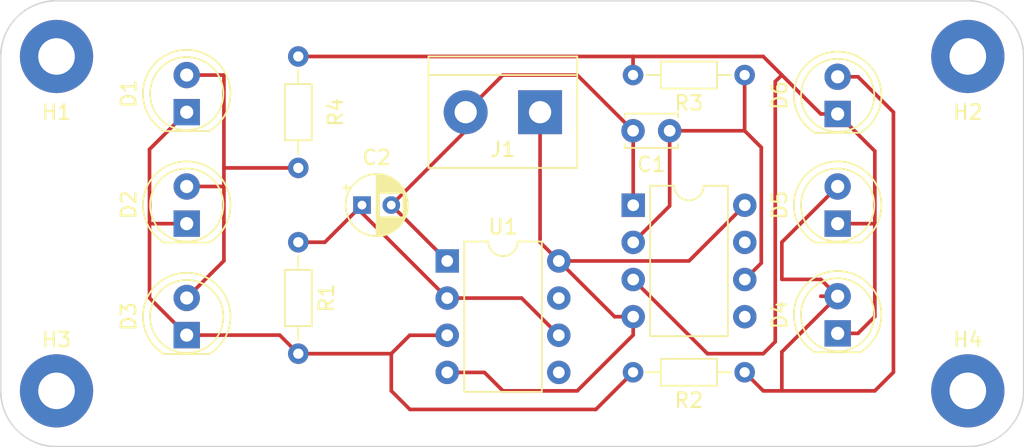
<source format=kicad_pcb>
(kicad_pcb (version 20221018) (generator pcbnew)
  (layers (0 "F.Cu" signal) (31 "B.Cu" signal) (34 "B.Paste" user) (35 "F.Paste" user) (36 "B.SilkS" user "B.Silkscreen") (37 "F.SilkS" user "F.Silkscreen") (38 "B.Mask" user) (39 "F.Mask" user) (44 "Edge.Cuts" user))
  (net 0 "")
  (net 1 "Net-(U2-THR)")
  (net 2 "GND")
  (net 3 "Net-(U1-THR)")
  (net 4 "Net-(D1-K)")
  (net 5 "Net-(D1-A)")
  (net 6 "Net-(D4-K)")
  (net 7 "Net-(D4-A)")
  (net 8 "+9V")
  (footprint "MountingHole:MountingHole_2.5mm_Pad" (layer "F.Cu") (at 83.82 100.33)
    (fp_text reference "H1" (at 0 3.81) (layer "F.SilkS"))
    (fp_text value "MountingHole")
    (pad "1" thru_hole circle (at 0 0) (size 5 5) (drill 2.5) (layers "*.Cu" "*.Mask"))
  )
  (footprint "MountingHole:MountingHole_2.5mm_Pad" (layer "F.Cu") (at 146.05 123.19)
    (fp_text reference "H4" (at 0 -3.5) (layer "F.SilkS"))
    (fp_text value "MountingHole")
    (pad "1" thru_hole circle (at 0 0) (size 5 5) (drill 2.5) (layers "*.Cu" "*.Mask"))
  )
  (footprint "LED_THT:LED_D5.0mm" (layer "F.Cu") (at 137.16 104.26 90)
    (fp_text reference "D6" (at 1.27 -3.96 90) (layer "F.SilkS"))
    (fp_text value "LED")
    (fp_line (start -1.29 -1.545) (end -1.29 1.545) (stroke (width 0.12)) (layer "F.SilkS"))
    (fp_arc (start -1.29 -1.54483) (mid 2.072002 -2.880433) (end 4.26 0.000462) (stroke (width 0.12)) (layer "F.SilkS"))
    (fp_arc (start 4.26 -0.000462) (mid 2.072002 2.880433) (end -1.29 1.54483) (stroke (width 0.12)) (layer "F.SilkS"))
    (fp_circle (center 1.27 0) (end 3.77 0) (stroke (width 0.12)) (fill none) (layer "F.SilkS"))
    (pad "1" thru_hole rect (at 0 0 90) (size 1.8 1.8) (drill 0.9) (layers "*.Cu" "*.Mask") (net 6 "Net-(D4-K)"))
    (pad "2" thru_hole circle (at 2.54 0 90) (size 1.8 1.8) (drill 0.9) (layers "*.Cu" "*.Mask") (net 7 "Net-(D4-A)"))
  )
  (footprint "Package_DIP:DIP-8_W7.62mm" (layer "F.Cu") (at 110.5 114.31)
    (fp_text reference "U1" (at 3.81 -2.33) (layer "F.SilkS"))
    (fp_text value "NE555P")
    (fp_line (start 1.16 -1.33) (end 1.16 8.95) (stroke (width 0.12)) (layer "F.SilkS"))
    (fp_line (start 1.16 8.95) (end 6.46 8.95) (stroke (width 0.12)) (layer "F.SilkS"))
    (fp_line (start 2.81 -1.33) (end 1.16 -1.33) (stroke (width 0.12)) (layer "F.SilkS"))
    (fp_line (start 6.46 -1.33) (end 4.81 -1.33) (stroke (width 0.12)) (layer "F.SilkS"))
    (fp_line (start 6.46 8.95) (end 6.46 -1.33) (stroke (width 0.12)) (layer "F.SilkS"))
    (fp_arc (start 4.81 -1.33) (mid 3.81 -0.33) (end 2.81 -1.33) (stroke (width 0.12)) (layer "F.SilkS"))
    (pad "1" thru_hole rect (at 0 0) (size 1.6 1.6) (drill 0.8) (layers "*.Cu" "*.Mask") (net 2 "GND"))
    (pad "2" thru_hole oval (at 0 2.54) (size 1.6 1.6) (drill 0.8) (layers "*.Cu" "*.Mask") (net 3 "Net-(U1-THR)"))
    (pad "3" thru_hole oval (at 0 5.08) (size 1.6 1.6) (drill 0.8) (layers "*.Cu" "*.Mask") (net 4 "Net-(D1-K)"))
    (pad "4" thru_hole oval (at 0 7.62) (size 1.6 1.6) (drill 0.8) (layers "*.Cu" "*.Mask") (net 8 "+9V"))
    (pad "5" thru_hole oval (at 7.62 7.62) (size 1.6 1.6) (drill 0.8) (layers "*.Cu" "*.Mask"))
    (pad "6" thru_hole oval (at 7.62 5.08) (size 1.6 1.6) (drill 0.8) (layers "*.Cu" "*.Mask") (net 3 "Net-(U1-THR)"))
    (pad "7" thru_hole oval (at 7.62 2.54) (size 1.6 1.6) (drill 0.8) (layers "*.Cu" "*.Mask"))
    (pad "8" thru_hole oval (at 7.62 0) (size 1.6 1.6) (drill 0.8) (layers "*.Cu" "*.Mask") (net 8 "+9V"))
  )
  (footprint "LED_THT:LED_D5.0mm" (layer "F.Cu") (at 92.71 104.14 90)
    (fp_text reference "D1" (at 1.27 -3.96 90) (layer "F.SilkS"))
    (fp_text value "LED")
    (fp_line (start -1.29 -1.545) (end -1.29 1.545) (stroke (width 0.12)) (layer "F.SilkS"))
    (fp_arc (start -1.29 -1.54483) (mid 2.072002 -2.880433) (end 4.26 0.000462) (stroke (width 0.12)) (layer "F.SilkS"))
    (fp_arc (start 4.26 -0.000462) (mid 2.072002 2.880433) (end -1.29 1.54483) (stroke (width 0.12)) (layer "F.SilkS"))
    (fp_circle (center 1.27 0) (end 3.77 0) (stroke (width 0.12)) (fill none) (layer "F.SilkS"))
    (pad "1" thru_hole rect (at 0 0 90) (size 1.8 1.8) (drill 0.9) (layers "*.Cu" "*.Mask") (net 4 "Net-(D1-K)"))
    (pad "2" thru_hole circle (at 2.54 0 90) (size 1.8 1.8) (drill 0.9) (layers "*.Cu" "*.Mask") (net 5 "Net-(D1-A)"))
  )
  (footprint "LED_THT:LED_D5.0mm" (layer "F.Cu") (at 92.71 119.38 90)
    (fp_text reference "D3" (at 1.27 -3.96 90) (layer "F.SilkS"))
    (fp_text value "LED")
    (fp_line (start -1.29 -1.545) (end -1.29 1.545) (stroke (width 0.12)) (layer "F.SilkS"))
    (fp_arc (start -1.29 -1.54483) (mid 2.072002 -2.880433) (end 4.26 0.000462) (stroke (width 0.12)) (layer "F.SilkS"))
    (fp_arc (start 4.26 -0.000462) (mid 2.072002 2.880433) (end -1.29 1.54483) (stroke (width 0.12)) (layer "F.SilkS"))
    (fp_circle (center 1.27 0) (end 3.77 0) (stroke (width 0.12)) (fill none) (layer "F.SilkS"))
    (pad "1" thru_hole rect (at 0 0 90) (size 1.8 1.8) (drill 0.9) (layers "*.Cu" "*.Mask") (net 4 "Net-(D1-K)"))
    (pad "2" thru_hole circle (at 2.54 0 90) (size 1.8 1.8) (drill 0.9) (layers "*.Cu" "*.Mask") (net 5 "Net-(D1-A)"))
  )
  (footprint "Capacitor_THT:CP_Radial_D4.0mm_P2.00mm" (layer "F.Cu") (at 104.68 110.49)
    (fp_text reference "C2" (at 1 -3.25) (layer "F.SilkS"))
    (fp_text value "1µF")
    (fp_line (start -1.269801 -1.195) (end -0.869801 -1.195) (stroke (width 0.12)) (layer "F.SilkS"))
    (fp_line (start -1.069801 -1.395) (end -1.069801 -0.995) (stroke (width 0.12)) (layer "F.SilkS"))
    (fp_line (start 1 -2.08) (end 1 2.08) (stroke (width 0.12)) (layer "F.SilkS"))
    (fp_line (start 1.04 -2.08) (end 1.04 2.08) (stroke (width 0.12)) (layer "F.SilkS"))
    (fp_line (start 1.08 -2.079) (end 1.08 2.079) (stroke (width 0.12)) (layer "F.SilkS"))
    (fp_line (start 1.12 -2.077) (end 1.12 2.077) (stroke (width 0.12)) (layer "F.SilkS"))
    (fp_line (start 1.16 -2.074) (end 1.16 2.074) (stroke (width 0.12)) (layer "F.SilkS"))
    (fp_line (start 1.2 -2.071) (end 1.2 -0.84) (stroke (width 0.12)) (layer "F.SilkS"))
    (fp_line (start 1.2 0.84) (end 1.2 2.071) (stroke (width 0.12)) (layer "F.SilkS"))
    (fp_line (start 1.24 -2.067) (end 1.24 -0.84) (stroke (width 0.12)) (layer "F.SilkS"))
    (fp_line (start 1.24 0.84) (end 1.24 2.067) (stroke (width 0.12)) (layer "F.SilkS"))
    (fp_line (start 1.28 -2.062) (end 1.28 -0.84) (stroke (width 0.12)) (layer "F.SilkS"))
    (fp_line (start 1.28 0.84) (end 1.28 2.062) (stroke (width 0.12)) (layer "F.SilkS"))
    (fp_line (start 1.32 -2.056) (end 1.32 -0.84) (stroke (width 0.12)) (layer "F.SilkS"))
    (fp_line (start 1.32 0.84) (end 1.32 2.056) (stroke (width 0.12)) (layer "F.SilkS"))
    (fp_line (start 1.36 -2.05) (end 1.36 -0.84) (stroke (width 0.12)) (layer "F.SilkS"))
    (fp_line (start 1.36 0.84) (end 1.36 2.05) (stroke (width 0.12)) (layer "F.SilkS"))
    (fp_line (start 1.4 -2.042) (end 1.4 -0.84) (stroke (width 0.12)) (layer "F.SilkS"))
    (fp_line (start 1.4 0.84) (end 1.4 2.042) (stroke (width 0.12)) (layer "F.SilkS"))
    (fp_line (start 1.44 -2.034) (end 1.44 -0.84) (stroke (width 0.12)) (layer "F.SilkS"))
    (fp_line (start 1.44 0.84) (end 1.44 2.034) (stroke (width 0.12)) (layer "F.SilkS"))
    (fp_line (start 1.48 -2.025) (end 1.48 -0.84) (stroke (width 0.12)) (layer "F.SilkS"))
    (fp_line (start 1.48 0.84) (end 1.48 2.025) (stroke (width 0.12)) (layer "F.SilkS"))
    (fp_line (start 1.52 -2.016) (end 1.52 -0.84) (stroke (width 0.12)) (layer "F.SilkS"))
    (fp_line (start 1.52 0.84) (end 1.52 2.016) (stroke (width 0.12)) (layer "F.SilkS"))
    (fp_line (start 1.56 -2.005) (end 1.56 -0.84) (stroke (width 0.12)) (layer "F.SilkS"))
    (fp_line (start 1.56 0.84) (end 1.56 2.005) (stroke (width 0.12)) (layer "F.SilkS"))
    (fp_line (start 1.6 -1.994) (end 1.6 -0.84) (stroke (width 0.12)) (layer "F.SilkS"))
    (fp_line (start 1.6 0.84) (end 1.6 1.994) (stroke (width 0.12)) (layer "F.SilkS"))
    (fp_line (start 1.64 -1.982) (end 1.64 -0.84) (stroke (width 0.12)) (layer "F.SilkS"))
    (fp_line (start 1.64 0.84) (end 1.64 1.982) (stroke (width 0.12)) (layer "F.SilkS"))
    (fp_line (start 1.68 -1.968) (end 1.68 -0.84) (stroke (width 0.12)) (layer "F.SilkS"))
    (fp_line (start 1.68 0.84) (end 1.68 1.968) (stroke (width 0.12)) (layer "F.SilkS"))
    (fp_line (start 1.721 -1.954) (end 1.721 -0.84) (stroke (width 0.12)) (layer "F.SilkS"))
    (fp_line (start 1.721 0.84) (end 1.721 1.954) (stroke (width 0.12)) (layer "F.SilkS"))
    (fp_line (start 1.761 -1.94) (end 1.761 -0.84) (stroke (width 0.12)) (layer "F.SilkS"))
    (fp_line (start 1.761 0.84) (end 1.761 1.94) (stroke (width 0.12)) (layer "F.SilkS"))
    (fp_line (start 1.801 -1.924) (end 1.801 -0.84) (stroke (width 0.12)) (layer "F.SilkS"))
    (fp_line (start 1.801 0.84) (end 1.801 1.924) (stroke (width 0.12)) (layer "F.SilkS"))
    (fp_line (start 1.841 -1.907) (end 1.841 -0.84) (stroke (width 0.12)) (layer "F.SilkS"))
    (fp_line (start 1.841 0.84) (end 1.841 1.907) (stroke (width 0.12)) (layer "F.SilkS"))
    (fp_line (start 1.881 -1.889) (end 1.881 -0.84) (stroke (width 0.12)) (layer "F.SilkS"))
    (fp_line (start 1.881 0.84) (end 1.881 1.889) (stroke (width 0.12)) (layer "F.SilkS"))
    (fp_line (start 1.921 -1.87) (end 1.921 -0.84) (stroke (width 0.12)) (layer "F.SilkS"))
    (fp_line (start 1.921 0.84) (end 1.921 1.87) (stroke (width 0.12)) (layer "F.SilkS"))
    (fp_line (start 1.961 -1.851) (end 1.961 -0.84) (stroke (width 0.12)) (layer "F.SilkS"))
    (fp_line (start 1.961 0.84) (end 1.961 1.851) (stroke (width 0.12)) (layer "F.SilkS"))
    (fp_line (start 2.001 -1.83) (end 2.001 -0.84) (stroke (width 0.12)) (layer "F.SilkS"))
    (fp_line (start 2.001 0.84) (end 2.001 1.83) (stroke (width 0.12)) (layer "F.SilkS"))
    (fp_line (start 2.041 -1.808) (end 2.041 -0.84) (stroke (width 0.12)) (layer "F.SilkS"))
    (fp_line (start 2.041 0.84) (end 2.041 1.808) (stroke (width 0.12)) (layer "F.SilkS"))
    (fp_line (start 2.081 -1.785) (end 2.081 -0.84) (stroke (width 0.12)) (layer "F.SilkS"))
    (fp_line (start 2.081 0.84) (end 2.081 1.785) (stroke (width 0.12)) (layer "F.SilkS"))
    (fp_line (start 2.121 -1.76) (end 2.121 -0.84) (stroke (width 0.12)) (layer "F.SilkS"))
    (fp_line (start 2.121 0.84) (end 2.121 1.76) (stroke (width 0.12)) (layer "F.SilkS"))
    (fp_line (start 2.161 -1.735) (end 2.161 -0.84) (stroke (width 0.12)) (layer "F.SilkS"))
    (fp_line (start 2.161 0.84) (end 2.161 1.735) (stroke (width 0.12)) (layer "F.SilkS"))
    (fp_line (start 2.201 -1.708) (end 2.201 -0.84) (stroke (width 0.12)) (layer "F.SilkS"))
    (fp_line (start 2.201 0.84) (end 2.201 1.708) (stroke (width 0.12)) (layer "F.SilkS"))
    (fp_line (start 2.241 -1.68) (end 2.241 -0.84) (stroke (width 0.12)) (layer "F.SilkS"))
    (fp_line (start 2.241 0.84) (end 2.241 1.68) (stroke (width 0.12)) (layer "F.SilkS"))
    (fp_line (start 2.281 -1.65) (end 2.281 -0.84) (stroke (width 0.12)) (layer "F.SilkS"))
    (fp_line (start 2.281 0.84) (end 2.281 1.65) (stroke (width 0.12)) (layer "F.SilkS"))
    (fp_line (start 2.321 -1.619) (end 2.321 -0.84) (stroke (width 0.12)) (layer "F.SilkS"))
    (fp_line (start 2.321 0.84) (end 2.321 1.619) (stroke (width 0.12)) (layer "F.SilkS"))
    (fp_line (start 2.361 -1.587) (end 2.361 -0.84) (stroke (width 0.12)) (layer "F.SilkS"))
    (fp_line (start 2.361 0.84) (end 2.361 1.587) (stroke (width 0.12)) (layer "F.SilkS"))
    (fp_line (start 2.401 -1.552) (end 2.401 -0.84) (stroke (width 0.12)) (layer "F.SilkS"))
    (fp_line (start 2.401 0.84) (end 2.401 1.552) (stroke (width 0.12)) (layer "F.SilkS"))
    (fp_line (start 2.441 -1.516) (end 2.441 -0.84) (stroke (width 0.12)) (layer "F.SilkS"))
    (fp_line (start 2.441 0.84) (end 2.441 1.516) (stroke (width 0.12)) (layer "F.SilkS"))
    (fp_line (start 2.481 -1.478) (end 2.481 -0.84) (stroke (width 0.12)) (layer "F.SilkS"))
    (fp_line (start 2.481 0.84) (end 2.481 1.478) (stroke (width 0.12)) (layer "F.SilkS"))
    (fp_line (start 2.521 -1.438) (end 2.521 -0.84) (stroke (width 0.12)) (layer "F.SilkS"))
    (fp_line (start 2.521 0.84) (end 2.521 1.438) (stroke (width 0.12)) (layer "F.SilkS"))
    (fp_line (start 2.561 -1.396) (end 2.561 -0.84) (stroke (width 0.12)) (layer "F.SilkS"))
    (fp_line (start 2.561 0.84) (end 2.561 1.396) (stroke (width 0.12)) (layer "F.SilkS"))
    (fp_line (start 2.601 -1.351) (end 2.601 -0.84) (stroke (width 0.12)) (layer "F.SilkS"))
    (fp_line (start 2.601 0.84) (end 2.601 1.351) (stroke (width 0.12)) (layer "F.SilkS"))
    (fp_line (start 2.641 -1.304) (end 2.641 -0.84) (stroke (width 0.12)) (layer "F.SilkS"))
    (fp_line (start 2.641 0.84) (end 2.641 1.304) (stroke (width 0.12)) (layer "F.SilkS"))
    (fp_line (start 2.681 -1.254) (end 2.681 -0.84) (stroke (width 0.12)) (layer "F.SilkS"))
    (fp_line (start 2.681 0.84) (end 2.681 1.254) (stroke (width 0.12)) (layer "F.SilkS"))
    (fp_line (start 2.721 -1.2) (end 2.721 -0.84) (stroke (width 0.12)) (layer "F.SilkS"))
    (fp_line (start 2.721 0.84) (end 2.721 1.2) (stroke (width 0.12)) (layer "F.SilkS"))
    (fp_line (start 2.761 -1.142) (end 2.761 -0.84) (stroke (width 0.12)) (layer "F.SilkS"))
    (fp_line (start 2.761 0.84) (end 2.761 1.142) (stroke (width 0.12)) (layer "F.SilkS"))
    (fp_line (start 2.801 -1.08) (end 2.801 -0.84) (stroke (width 0.12)) (layer "F.SilkS"))
    (fp_line (start 2.801 0.84) (end 2.801 1.08) (stroke (width 0.12)) (layer "F.SilkS"))
    (fp_line (start 2.841 -1.013) (end 2.841 1.013) (stroke (width 0.12)) (layer "F.SilkS"))
    (fp_line (start 2.881 -0.94) (end 2.881 0.94) (stroke (width 0.12)) (layer "F.SilkS"))
    (fp_line (start 2.921 -0.859) (end 2.921 0.859) (stroke (width 0.12)) (layer "F.SilkS"))
    (fp_line (start 2.961 -0.768) (end 2.961 0.768) (stroke (width 0.12)) (layer "F.SilkS"))
    (fp_line (start 3.001 -0.664) (end 3.001 0.664) (stroke (width 0.12)) (layer "F.SilkS"))
    (fp_line (start 3.041 -0.537) (end 3.041 0.537) (stroke (width 0.12)) (layer "F.SilkS"))
    (fp_line (start 3.081 -0.37) (end 3.081 0.37) (stroke (width 0.12)) (layer "F.SilkS"))
    (fp_circle (center 1 0) (end 3.12 0) (stroke (width 0.12)) (fill none) (layer "F.SilkS"))
    (pad "1" thru_hole rect (at 0 0) (size 1.2 1.2) (drill 0.6) (layers "*.Cu" "*.Mask") (net 3 "Net-(U1-THR)"))
    (pad "2" thru_hole circle (at 2 0) (size 1.2 1.2) (drill 0.6) (layers "*.Cu" "*.Mask") (net 2 "GND"))
  )
  (footprint "MountingHole:MountingHole_2.5mm_Pad" (layer "F.Cu") (at 83.82 123.19)
    (fp_text reference "H3" (at 0 -3.5) (layer "F.SilkS"))
    (fp_text value "MountingHole")
    (pad "1" thru_hole circle (at 0 0) (size 5 5) (drill 2.5) (layers "*.Cu" "*.Mask"))
  )
  (footprint "MountingHole:MountingHole_2.5mm_Pad" (layer "F.Cu") (at 146.05 100.33)
    (fp_text reference "H2" (at 0 3.81) (layer "F.SilkS"))
    (fp_text value "MountingHole")
    (pad "1" thru_hole circle (at 0 0) (size 5 5) (drill 2.5) (layers "*.Cu" "*.Mask"))
  )
  (footprint "Resistor_THT:R_Axial_DIN0204_L3.6mm_D1.6mm_P7.62mm_Horizontal" (layer "F.Cu") (at 100.33 113.03 -90)
    (fp_text reference "R1" (at 3.81 -1.92 90) (layer "F.SilkS"))
    (fp_text value "1MΩ")
    (fp_line (start 0.94 0) (end 1.89 0) (stroke (width 0.12)) (layer "F.SilkS"))
    (fp_line (start 1.89 -0.92) (end 1.89 0.92) (stroke (width 0.12)) (layer "F.SilkS"))
    (fp_line (start 1.89 0.92) (end 5.73 0.92) (stroke (width 0.12)) (layer "F.SilkS"))
    (fp_line (start 5.73 -0.92) (end 1.89 -0.92) (stroke (width 0.12)) (layer "F.SilkS"))
    (fp_line (start 5.73 0.92) (end 5.73 -0.92) (stroke (width 0.12)) (layer "F.SilkS"))
    (fp_line (start 6.68 0) (end 5.73 0) (stroke (width 0.12)) (layer "F.SilkS"))
    (pad "1" thru_hole circle (at 0 0 270) (size 1.4 1.4) (drill 0.7) (layers "*.Cu" "*.Mask") (net 3 "Net-(U1-THR)"))
    (pad "2" thru_hole oval (at 7.62 0 270) (size 1.4 1.4) (drill 0.7) (layers "*.Cu" "*.Mask") (net 4 "Net-(D1-K)"))
  )
  (footprint "Capacitor_THT:C_Disc_D3.4mm_W2.1mm_P2.50mm" (layer "F.Cu") (at 125.69 105.41 180)
    (fp_text reference "C1" (at 1.25 -2.3) (layer "F.SilkS"))
    (fp_text value "104")
    (fp_line (start -0.57 -1.17) (end -0.57 -0.925) (stroke (width 0.12)) (layer "F.SilkS"))
    (fp_line (start -0.57 -1.17) (end 3.07 -1.17) (stroke (width 0.12)) (layer "F.SilkS"))
    (fp_line (start -0.57 0.925) (end -0.57 1.17) (stroke (width 0.12)) (layer "F.SilkS"))
    (fp_line (start -0.57 1.17) (end 3.07 1.17) (stroke (width 0.12)) (layer "F.SilkS"))
    (fp_line (start 3.07 -1.17) (end 3.07 -0.925) (stroke (width 0.12)) (layer "F.SilkS"))
    (fp_line (start 3.07 0.925) (end 3.07 1.17) (stroke (width 0.12)) (layer "F.SilkS"))
    (pad "1" thru_hole circle (at 0 0 180) (size 1.6 1.6) (drill 0.8) (layers "*.Cu" "*.Mask") (net 1 "Net-(U2-THR)"))
    (pad "2" thru_hole circle (at 2.5 0 180) (size 1.6 1.6) (drill 0.8) (layers "*.Cu" "*.Mask") (net 2 "GND"))
  )
  (footprint "LED_THT:LED_D5.0mm" (layer "F.Cu") (at 92.71 111.76 90)
    (fp_text reference "D2" (at 1.29 -3.96 90) (layer "F.SilkS"))
    (fp_text value "LED")
    (fp_line (start -1.29 -1.545) (end -1.29 1.545) (stroke (width 0.12)) (layer "F.SilkS"))
    (fp_arc (start -1.29 -1.54483) (mid 2.072002 -2.880433) (end 4.26 0.000462) (stroke (width 0.12)) (layer "F.SilkS"))
    (fp_arc (start 4.26 -0.000462) (mid 2.072002 2.880433) (end -1.29 1.54483) (stroke (width 0.12)) (layer "F.SilkS"))
    (fp_circle (center 1.27 0) (end 3.77 0) (stroke (width 0.12)) (fill none) (layer "F.SilkS"))
    (pad "1" thru_hole rect (at 0 0 90) (size 1.8 1.8) (drill 0.9) (layers "*.Cu" "*.Mask") (net 4 "Net-(D1-K)"))
    (pad "2" thru_hole circle (at 2.54 0 90) (size 1.8 1.8) (drill 0.9) (layers "*.Cu" "*.Mask") (net 5 "Net-(D1-A)"))
  )
  (footprint "TerminalBlock:TerminalBlock_bornier-2_P5.08mm" (layer "F.Cu") (at 116.84 104.14 180)
    (fp_text reference "J1" (at 2.54 -2.54) (layer "F.SilkS"))
    (fp_text value "POWER +9V")
    (fp_line (start -2.54 -3.81) (end -2.54 3.81) (stroke (width 0.12)) (layer "F.SilkS"))
    (fp_line (start -2.54 3.81) (end 7.62 3.81) (stroke (width 0.12)) (layer "F.SilkS"))
    (fp_line (start 7.62 -3.81) (end -2.54 -3.81) (stroke (width 0.12)) (layer "F.SilkS"))
    (fp_line (start 7.62 2.54) (end -2.54 2.54) (stroke (width 0.12)) (layer "F.SilkS"))
    (fp_line (start 7.62 3.81) (end 7.62 -3.81) (stroke (width 0.12)) (layer "F.SilkS"))
    (pad "1" thru_hole rect (at 0 0 180) (size 3 3) (drill 1.52) (layers "*.Cu" "*.Mask") (net 8 "+9V"))
    (pad "2" thru_hole circle (at 5.08 0 180) (size 3 3) (drill 1.52) (layers "*.Cu" "*.Mask") (net 2 "GND"))
  )
  (footprint "Resistor_THT:R_Axial_DIN0204_L3.6mm_D1.6mm_P7.62mm_Horizontal" (layer "F.Cu") (at 100.33 107.95 90)
    (fp_text reference "R4" (at 3.81 2.54 90) (layer "F.SilkS"))
    (fp_text value "68Ω")
    (fp_line (start 0.94 0) (end 1.89 0) (stroke (width 0.12)) (layer "F.SilkS"))
    (fp_line (start 1.89 -0.92) (end 1.89 0.92) (stroke (width 0.12)) (layer "F.SilkS"))
    (fp_line (start 1.89 0.92) (end 5.73 0.92) (stroke (width 0.12)) (layer "F.SilkS"))
    (fp_line (start 5.73 -0.92) (end 1.89 -0.92) (stroke (width 0.12)) (layer "F.SilkS"))
    (fp_line (start 5.73 0.92) (end 5.73 -0.92) (stroke (width 0.12)) (layer "F.SilkS"))
    (fp_line (start 6.68 0) (end 5.73 0) (stroke (width 0.12)) (layer "F.SilkS"))
    (pad "1" thru_hole circle (at 0 0 90) (size 1.4 1.4) (drill 0.7) (layers "*.Cu" "*.Mask") (net 5 "Net-(D1-A)"))
    (pad "2" thru_hole oval (at 7.62 0 90) (size 1.4 1.4) (drill 0.7) (layers "*.Cu" "*.Mask") (net 6 "Net-(D4-K)"))
  )
  (footprint "Resistor_THT:R_Axial_DIN0204_L3.6mm_D1.6mm_P7.62mm_Horizontal" (layer "F.Cu") (at 130.81 101.6 180)
    (fp_text reference "R3" (at 3.81 -1.92) (layer "F.SilkS"))
    (fp_text value "1MΩ")
    (fp_line (start 0.94 0) (end 1.89 0) (stroke (width 0.12)) (layer "F.SilkS"))
    (fp_line (start 1.89 -0.92) (end 1.89 0.92) (stroke (width 0.12)) (layer "F.SilkS"))
    (fp_line (start 1.89 0.92) (end 5.73 0.92) (stroke (width 0.12)) (layer "F.SilkS"))
    (fp_line (start 5.73 -0.92) (end 1.89 -0.92) (stroke (width 0.12)) (layer "F.SilkS"))
    (fp_line (start 5.73 0.92) (end 5.73 -0.92) (stroke (width 0.12)) (layer "F.SilkS"))
    (fp_line (start 6.68 0) (end 5.73 0) (stroke (width 0.12)) (layer "F.SilkS"))
    (pad "1" thru_hole circle (at 0 0 180) (size 1.4 1.4) (drill 0.7) (layers "*.Cu" "*.Mask") (net 1 "Net-(U2-THR)"))
    (pad "2" thru_hole oval (at 7.62 0 180) (size 1.4 1.4) (drill 0.7) (layers "*.Cu" "*.Mask") (net 6 "Net-(D4-K)"))
  )
  (footprint "LED_THT:LED_D5.0mm" (layer "F.Cu") (at 137.16 119.26 90)
    (fp_text reference "D4" (at 1.27 -3.96 90) (layer "F.SilkS"))
    (fp_text value "LED")
    (fp_line (start -1.29 -1.545) (end -1.29 1.545) (stroke (width 0.12)) (layer "F.SilkS"))
    (fp_arc (start -1.29 -1.54483) (mid 2.072002 -2.880433) (end 4.26 0.000462) (stroke (width 0.12)) (layer "F.SilkS"))
    (fp_arc (start 4.26 -0.000462) (mid 2.072002 2.880433) (end -1.29 1.54483) (stroke (width 0.12)) (layer "F.SilkS"))
    (fp_circle (center 1.27 0) (end 3.77 0) (stroke (width 0.12)) (fill none) (layer "F.SilkS"))
    (pad "1" thru_hole rect (at 0 0 90) (size 1.8 1.8) (drill 0.9) (layers "*.Cu" "*.Mask") (net 6 "Net-(D4-K)"))
    (pad "2" thru_hole circle (at 2.54 0 90) (size 1.8 1.8) (drill 0.9) (layers "*.Cu" "*.Mask") (net 7 "Net-(D4-A)"))
  )
  (footprint "Package_DIP:DIP-8_W7.62mm" (layer "F.Cu") (at 123.2 110.5)
    (fp_text reference "U2" hide)
    (fp_text value "NE555P")
    (fp_line (start 1.16 -1.33) (end 1.16 8.95) (stroke (width 0.12)) (layer "F.SilkS"))
    (fp_line (start 1.16 8.95) (end 6.46 8.95) (stroke (width 0.12)) (layer "F.SilkS"))
    (fp_line (start 2.81 -1.33) (end 1.16 -1.33) (stroke (width 0.12)) (layer "F.SilkS"))
    (fp_line (start 6.46 -1.33) (end 4.81 -1.33) (stroke (width 0.12)) (layer "F.SilkS"))
    (fp_line (start 6.46 8.95) (end 6.46 -1.33) (stroke (width 0.12)) (layer "F.SilkS"))
    (fp_arc (start 4.81 -1.33) (mid 3.81 -0.33) (end 2.81 -1.33) (stroke (width 0.12)) (layer "F.SilkS"))
    (pad "1" thru_hole rect (at 0 0) (size 1.6 1.6) (drill 0.8) (layers "*.Cu" "*.Mask") (net 2 "GND"))
    (pad "2" thru_hole oval (at 0 2.54) (size 1.6 1.6) (drill 0.8) (layers "*.Cu" "*.Mask") (net 1 "Net-(U2-THR)"))
    (pad "3" thru_hole oval (at 0 5.08) (size 1.6 1.6) (drill 0.8) (layers "*.Cu" "*.Mask") (net 6 "Net-(D4-K)"))
    (pad "4" thru_hole oval (at 0 7.62) (size 1.6 1.6) (drill 0.8) (layers "*.Cu" "*.Mask") (net 8 "+9V"))
    (pad "5" thru_hole oval (at 7.62 7.62) (size 1.6 1.6) (drill 0.8) (layers "*.Cu" "*.Mask"))
    (pad "6" thru_hole oval (at 7.62 5.08) (size 1.6 1.6) (drill 0.8) (layers "*.Cu" "*.Mask") (net 1 "Net-(U2-THR)"))
    (pad "7" thru_hole oval (at 7.62 2.54) (size 1.6 1.6) (drill 0.8) (layers "*.Cu" "*.Mask"))
    (pad "8" thru_hole oval (at 7.62 0) (size 1.6 1.6) (drill 0.8) (layers "*.Cu" "*.Mask") (net 8 "+9V"))
  )
  (footprint "LED_THT:LED_D5.0mm" (layer "F.Cu") (at 137.16 111.76 90)
    (fp_text reference "D5" (at 1.27 -3.96 90) (layer "F.SilkS"))
    (fp_text value "LED")
    (fp_line (start -1.29 -1.545) (end -1.29 1.545) (stroke (width 0.12)) (layer "F.SilkS"))
    (fp_arc (start -1.29 -1.54483) (mid 2.072002 -2.880433) (end 4.26 0.000462) (stroke (width 0.12)) (layer "F.SilkS"))
    (fp_arc (start 4.26 -0.000462) (mid 2.072002 2.880433) (end -1.29 1.54483) (stroke (width 0.12)) (layer "F.SilkS"))
    (fp_circle (center 1.27 0) (end 3.77 0) (stroke (width 0.12)) (fill none) (layer "F.SilkS"))
    (pad "1" thru_hole rect (at 0 0 90) (size 1.8 1.8) (drill 0.9) (layers "*.Cu" "*.Mask") (net 6 "Net-(D4-K)"))
    (pad "2" thru_hole circle (at 2.54 0 90) (size 1.8 1.8) (drill 0.9) (layers "*.Cu" "*.Mask") (net 7 "Net-(D4-A)"))
  )
  (footprint "Resistor_THT:R_Axial_DIN0204_L3.6mm_D1.6mm_P7.62mm_Horizontal" (layer "F.Cu") (at 130.81 121.92 180)
    (fp_text reference "R2" (at 3.81 -1.92) (layer "F.SilkS"))
    (fp_text value "68Ω")
    (fp_line (start 0.94 0) (end 1.89 0) (stroke (width 0.12)) (layer "F.SilkS"))
    (fp_line (start 1.89 -0.92) (end 1.89 0.92) (stroke (width 0.12)) (layer "F.SilkS"))
    (fp_line (start 1.89 0.92) (end 5.73 0.92) (stroke (width 0.12)) (layer "F.SilkS"))
    (fp_line (start 5.73 -0.92) (end 1.89 -0.92) (stroke (width 0.12)) (layer "F.SilkS"))
    (fp_line (start 5.73 0.92) (end 5.73 -0.92) (stroke (width 0.12)) (layer "F.SilkS"))
    (fp_line (start 6.68 0) (end 5.73 0) (stroke (width 0.12)) (layer "F.SilkS"))
    (pad "1" thru_hole circle (at 0 0 180) (size 1.4 1.4) (drill 0.7) (layers "*.Cu" "*.Mask") (net 7 "Net-(D4-A)"))
    (pad "2" thru_hole oval (at 7.62 0 180) (size 1.4 1.4) (drill 0.7) (layers "*.Cu" "*.Mask") (net 4 "Net-(D1-K)"))
  )
  (gr_line (start 149.86 123.19) (end 149.86 100.33) (stroke (width 0.1)) (layer "Edge.Cuts"))
  (gr_arc (start 80.01 100.33) (mid 81.125923 97.635923) (end 83.82 96.52) (stroke (width 0.1)) (layer "Edge.Cuts"))
  (gr_arc (start 146.05 96.52) (mid 148.744077 97.635923) (end 149.86 100.33) (stroke (width 0.1)) (layer "Edge.Cuts"))
  (gr_line (start 146.05 96.52) (end 83.82 96.52) (stroke (width 0.1)) (layer "Edge.Cuts"))
  (gr_arc (start 149.86 123.19) (mid 148.744077 125.884077) (end 146.05 127) (stroke (width 0.1)) (layer "Edge.Cuts"))
  (gr_arc (start 83.82 127) (mid 81.125923 125.884077) (end 80.01 123.19) (stroke (width 0.1)) (layer "Edge.Cuts"))
  (gr_line (start 80.01 123.19) (end 80.01 100.33) (stroke (width 0.1)) (layer "Edge.Cuts"))
  (gr_line (start 83.82 127) (end 146.05 127) (stroke (width 0.1)) (layer "Edge.Cuts"))
  (segment (start 123.2 113.04) (end 125.69 110.55) (width 0.25) (layer "F.Cu") (net 1))
  (segment (start 130.81 105.41) (end 130.81 101.6) (width 0.25) (layer "F.Cu") (net 1))
  (segment (start 125.69 110.55) (end 125.69 105.41) (width 0.25) (layer "F.Cu") (net 1))
  (segment (start 125.69 105.41) (end 130.81 105.41) (width 0.25) (layer "F.Cu") (net 1))
  (segment (start 131.945 106.545) (end 131.945 114.455) (width 0.25) (layer "F.Cu") (net 1))
  (segment (start 130.81 105.41) (end 131.945 106.545) (width 0.25) (layer "F.Cu") (net 1))
  (segment (start 131.945 114.455) (end 130.82 115.58) (width 0.25) (layer "F.Cu") (net 1))
  (segment (start 111.76 105.41) (end 111.76 104.14) (width 0.25) (layer "F.Cu") (net 2))
  (segment (start 110.5 114.31) (end 106.68 110.49) (width 0.25) (layer "F.Cu") (net 2))
  (segment (start 123.2 105.42) (end 123.19 105.41) (width 0.25) (layer "F.Cu") (net 2))
  (segment (start 123.2 110.5) (end 123.2 105.42) (width 0.25) (layer "F.Cu") (net 2))
  (segment (start 114.3 101.6) (end 119.38 101.6) (width 0.25) (layer "F.Cu") (net 2))
  (segment (start 111.76 104.14) (end 114.3 101.6) (width 0.25) (layer "F.Cu") (net 2))
  (segment (start 119.38 101.6) (end 123.19 105.41) (width 0.25) (layer "F.Cu") (net 2))
  (segment (start 106.68 110.49) (end 111.76 105.41) (width 0.25) (layer "F.Cu") (net 2))
  (segment (start 115.58 116.85) (end 118.12 119.39) (width 0.25) (layer "F.Cu") (net 3))
  (segment (start 102.14 113.03) (end 104.68 110.49) (width 0.25) (layer "F.Cu") (net 3))
  (segment (start 100.33 113.03) (end 102.14 113.03) (width 0.25) (layer "F.Cu") (net 3))
  (segment (start 104.68 111.03) (end 110.5 116.85) (width 0.25) (layer "F.Cu") (net 3))
  (segment (start 104.68 110.49) (end 104.68 111.03) (width 0.25) (layer "F.Cu") (net 3))
  (segment (start 110.5 116.85) (end 115.58 116.85) (width 0.25) (layer "F.Cu") (net 3))
  (segment (start 90.17 106.68) (end 90.17 111.76) (width 0.25) (layer "F.Cu") (net 4))
  (segment (start 90.17 116.84) (end 92.71 119.38) (width 0.25) (layer "F.Cu") (net 4))
  (segment (start 90.17 111.76) (end 90.17 116.84) (width 0.25) (layer "F.Cu") (net 4))
  (segment (start 107.94 119.39) (end 110.5 119.39) (width 0.25) (layer "F.Cu") (net 4))
  (segment (start 120.65 124.46) (end 123.19 121.92) (width 0.25) (layer "F.Cu") (net 4))
  (segment (start 106.68 120.65) (end 106.68 123.19) (width 0.25) (layer "F.Cu") (net 4))
  (segment (start 92.71 119.38) (end 99.06 119.38) (width 0.25) (layer "F.Cu") (net 4))
  (segment (start 106.68 123.19) (end 107.95 124.46) (width 0.25) (layer "F.Cu") (net 4))
  (segment (start 107.95 124.46) (end 120.65 124.46) (width 0.25) (layer "F.Cu") (net 4))
  (segment (start 99.06 119.38) (end 100.33 120.65) (width 0.25) (layer "F.Cu") (net 4))
  (segment (start 92.71 104.14) (end 90.17 106.68) (width 0.25) (layer "F.Cu") (net 4))
  (segment (start 106.68 120.65) (end 107.94 119.39) (width 0.25) (layer "F.Cu") (net 4))
  (segment (start 100.33 120.65) (end 106.68 120.65) (width 0.25) (layer "F.Cu") (net 4))
  (segment (start 90.17 111.76) (end 92.71 111.76) (width 0.25) (layer "F.Cu") (net 4))
  (segment (start 95.25 109.22) (end 95.25 114.3) (width 0.25) (layer "F.Cu") (net 5))
  (segment (start 95.25 107.95) (end 95.25 109.22) (width 0.25) (layer "F.Cu") (net 5))
  (segment (start 95.25 114.3) (end 92.71 116.84) (width 0.25) (layer "F.Cu") (net 5))
  (segment (start 92.71 109.22) (end 95.25 109.22) (width 0.25) (layer "F.Cu") (net 5))
  (segment (start 92.71 101.6) (end 95.25 101.6) (width 0.25) (layer "F.Cu") (net 5))
  (segment (start 95.25 107.95) (end 100.33 107.95) (width 0.25) (layer "F.Cu") (net 5))
  (segment (start 95.25 101.6) (end 95.25 107.95) (width 0.25) (layer "F.Cu") (net 5))
  (segment (start 133.35 101.6) (end 132.9 102.05) (width 0.25) (layer "F.Cu") (net 6))
  (segment (start 123.19 100.33) (end 132.08 100.33) (width 0.25) (layer "F.Cu") (net 6))
  (segment (start 137.16 111.76) (end 139.7 111.76) (width 0.25) (layer "F.Cu") (net 6))
  (segment (start 132.08 100.33) (end 133.35 101.6) (width 0.25) (layer "F.Cu") (net 6))
  (segment (start 139.7 106.8) (end 139.7 111.76) (width 0.25) (layer "F.Cu") (net 6))
  (segment (start 139.7 111.76) (end 139.7 118.11) (width 0.25) (layer "F.Cu") (net 6))
  (segment (start 132.08 120.65) (end 128.27 120.65) (width 0.25) (layer "F.Cu") (net 6))
  (segment (start 138.55 119.26) (end 137.16 119.26) (width 0.25) (layer "F.Cu") (net 6))
  (segment (start 132.9 119.83) (end 132.08 120.65) (width 0.25) (layer "F.Cu") (net 6))
  (segment (start 128.27 120.65) (end 123.2 115.58) (width 0.25) (layer "F.Cu") (net 6))
  (segment (start 137.16 104.26) (end 139.7 106.8) (width 0.25) (layer "F.Cu") (net 6))
  (segment (start 132.9 102.05) (end 132.9 119.83) (width 0.25) (layer "F.Cu") (net 6))
  (segment (start 100.33 100.33) (end 123.19 100.33) (width 0.25) (layer "F.Cu") (net 6))
  (segment (start 136.01 104.26) (end 137.16 104.26) (width 0.25) (layer "F.Cu") (net 6))
  (segment (start 133.35 101.6) (end 136.01 104.26) (width 0.25) (layer "F.Cu") (net 6))
  (segment (start 123.19 101.6) (end 123.19 100.33) (width 0.25) (layer "F.Cu") (net 6))
  (segment (start 139.7 118.11) (end 138.55 119.26) (width 0.25) (layer "F.Cu") (net 6))
  (segment (start 133.35 113.03) (end 137.16 109.22) (width 0.25) (layer "F.Cu") (net 7))
  (segment (start 136.01 115.57) (end 133.35 115.57) (width 0.25) (layer "F.Cu") (net 7))
  (segment (start 132.08 123.19) (end 130.81 121.92) (width 0.25) (layer "F.Cu") (net 7))
  (segment (start 138.55 101.72) (end 140.97 104.14) (width 0.25) (layer "F.Cu") (net 7))
  (segment (start 137.16 116.72) (end 136.01 115.57) (width 0.25) (layer "F.Cu") (net 7))
  (segment (start 133.35 115.57) (end 133.35 113.03) (width 0.25) (layer "F.Cu") (net 7))
  (segment (start 133.35 120.53) (end 137.16 116.72) (width 0.25) (layer "F.Cu") (net 7))
  (segment (start 140.97 104.14) (end 140.97 121.92) (width 0.25) (layer "F.Cu") (net 7))
  (segment (start 136.01 116.72) (end 137.16 116.72) (width 0.25) (layer "F.Cu") (net 7))
  (segment (start 137.16 101.72) (end 138.55 101.72) (width 0.25) (layer "F.Cu") (net 7))
  (segment (start 139.7 123.19) (end 133.35 123.19) (width 0.25) (layer "F.Cu") (net 7))
  (segment (start 133.35 123.19) (end 132.08 123.19) (width 0.25) (layer "F.Cu") (net 7))
  (segment (start 140.97 121.92) (end 139.7 123.19) (width 0.25) (layer "F.Cu") (net 7))
  (segment (start 133.35 123.19) (end 133.35 120.53) (width 0.25) (layer "F.Cu") (net 7))
  (segment (start 116.84 113.03) (end 118.12 114.31) (width 0.25) (layer "F.Cu") (net 8))
  (segment (start 114.3 123.19) (end 119.38 123.19) (width 0.25) (layer "F.Cu") (net 8))
  (segment (start 110.5 121.93) (end 113.04 121.93) (width 0.25) (layer "F.Cu") (net 8))
  (segment (start 116.84 104.14) (end 116.84 113.03) (width 0.25) (layer "F.Cu") (net 8))
  (segment (start 124.45 114.31) (end 124.46 114.3) (width 0.25) (layer "F.Cu") (net 8))
  (segment (start 127.01 114.31) (end 130.82 110.5) (width 0.25) (layer "F.Cu") (net 8))
  (segment (start 123.2 119.37) (end 123.2 118.12) (width 0.25) (layer "F.Cu") (net 8))
  (segment (start 121.93 118.12) (end 118.12 114.31) (width 0.25) (layer "F.Cu") (net 8))
  (segment (start 113.04 121.93) (end 114.3 123.19) (width 0.25) (layer "F.Cu") (net 8))
  (segment (start 118.12 114.31) (end 127.01 114.31) (width 0.25) (layer "F.Cu") (net 8))
  (segment (start 119.38 123.19) (end 123.2 119.37) (width 0.25) (layer "F.Cu") (net 8))
  (segment (start 123.2 118.12) (end 121.93 118.12) (width 0.25) (layer "F.Cu") (net 8))
)
</source>
